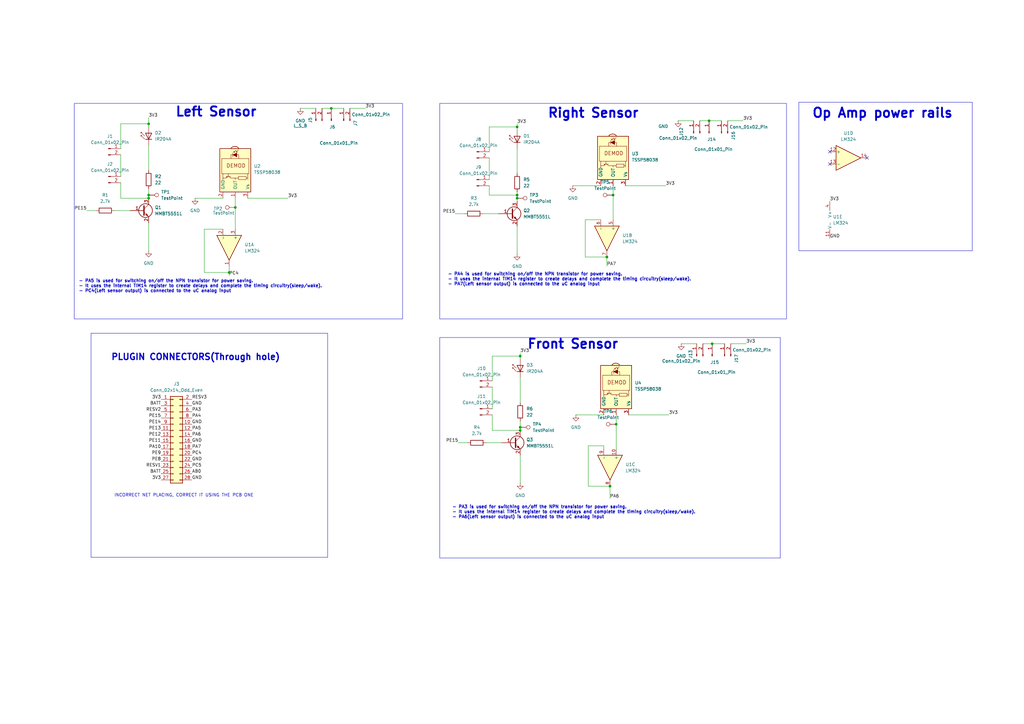
<source format=kicad_sch>
(kicad_sch (version 20231120) (generator "eeschema") (generator_version "8.0")
  (paper "A3")
  (lib_symbols
    (symbol "Amplifier_Operational:LM324" (pin_names (offset 0.127))
      (property "Reference" "U" (at 0 5.08 0))
      (property "Value" "LM324" (at 0 -5.08 0))
      (symbol "LM324_1_1"
        (polyline (pts (xy -5.08 5.08) (xy 5.08 0) (xy -5.08 -5.08) (xy -5.08 5.08)) (stroke (width 0.254)) (fill (type background)))
        (pin output line (at 7.62 0 180) (length 2.54) (name "~") (number "1"))
        (pin input line (at -7.62 -2.54 0) (length 2.54) (name "-") (number "2"))
        (pin input line (at -7.62 2.54 0) (length 2.54) (name "+") (number "3"))
      )
      (symbol "LM324_2_1"
        (polyline (pts (xy -5.08 5.08) (xy 5.08 0) (xy -5.08 -5.08) (xy -5.08 5.08)) (stroke (width 0.254)) (fill (type background)))
        (pin input line (at -7.62 2.54 0) (length 2.54) (name "+") (number "5"))
        (pin input line (at -7.62 -2.54 0) (length 2.54) (name "-") (number "6"))
        (pin output line (at 7.62 0 180) (length 2.54) (name "~") (number "7"))
      )
      (symbol "LM324_3_1"
        (polyline (pts (xy -5.08 5.08) (xy 5.08 0) (xy -5.08 -5.08) (xy -5.08 5.08)) (stroke (width 0.254)) (fill (type background)))
        (pin input line (at -7.62 2.54 0) (length 2.54) (name "+") (number "10"))
        (pin output line (at 7.62 0 180) (length 2.54) (name "~") (number "8"))
        (pin input line (at -7.62 -2.54 0) (length 2.54) (name "-") (number "9"))
      )
      (symbol "LM324_4_1"
        (polyline (pts (xy -5.08 5.08) (xy 5.08 0) (xy -5.08 -5.08) (xy -5.08 5.08)) (stroke (width 0.254)) (fill (type background)))
        (pin input line (at -7.62 2.54 0) (length 2.54) (name "+") (number "12"))
        (pin input line (at -7.62 -2.54 0) (length 2.54) (name "-") (number "13"))
        (pin output line (at 7.62 0 180) (length 2.54) (name "~") (number "14"))
      )
      (symbol "LM324_5_1"
        (pin power_in line (at -2.54 -7.62 90) (length 3.81) (name "V-") (number "11"))
        (pin power_in line (at -2.54 7.62 270) (length 3.81) (name "V+") (number "4"))
      )
    )
    (symbol "Connector:Conn_01x01_Pin" (pin_names (offset 1.016) hide)
      (property "Reference" "J" (at 0 2.54 0))
      (property "Value" "Conn_01x01_Pin" (at 0 -2.54 0))
      (symbol "Conn_01x01_Pin_1_1"
        (polyline (pts (xy 1.27 0) (xy 0.8636 0)) (stroke (width 0.1524)))
        (rectangle (start 0.8636 0.127) (end 0 -0.127) (stroke (width 0.1524)) (fill (type outline)))
        (pin passive line (at 5.08 0 180) (length 3.81) (name "Pin_1") (number "1"))
      )
    )
    (symbol "Connector:Conn_01x02_Pin" (pin_names (offset 1.016) hide)
      (property "Reference" "J" (at 0 2.54 0))
      (property "Value" "Conn_01x02_Pin" (at 0 -5.08 0))
      (symbol "Conn_01x02_Pin_1_1"
        (polyline (pts (xy 1.27 -2.54) (xy 0.8636 -2.54)) (stroke (width 0.1524)))
        (polyline (pts (xy 1.27 0) (xy 0.8636 0)) (stroke (width 0.1524)))
        (rectangle (start 0.8636 -2.413) (end 0 -2.667) (stroke (width 0.1524)) (fill (type outline)))
        (rectangle (start 0.8636 0.127) (end 0 -0.127) (stroke (width 0.1524)) (fill (type outline)))
        (pin passive line (at 5.08 0 180) (length 3.81) (name "Pin_1") (number "1"))
        (pin passive line (at 5.08 -2.54 180) (length 3.81) (name "Pin_2") (number "2"))
      )
    )
    (symbol "Connector:TestPoint" (pin_numbers hide) (pin_names (offset 0.762) hide)
      (property "Reference" "TP" (at 0 6.858 0))
      (property "Value" "TestPoint" (at 0 5.08 0))
      (symbol "TestPoint_0_1"
        (circle (center 0 3.302) (radius 0.762))
      )
      (symbol "TestPoint_1_1"
        (pin passive line (at 0 0 90) (length 2.54) (name "1") (number "1"))
      )
    )
    (symbol "Connector_Generic:Conn_02x14_Odd_Even" (pin_names (offset 1.016) hide)
      (property "Reference" "J" (at 1.27 17.78 0))
      (property "Value" "Conn_02x14_Odd_Even" (at 1.27 -20.32 0))
      (symbol "Conn_02x14_Odd_Even_1_1"
        (rectangle (start -1.27 -17.653) (end 0 -17.907) (stroke (width 0.1524)))
        (rectangle (start -1.27 -15.113) (end 0 -15.367) (stroke (width 0.1524)))
        (rectangle (start -1.27 -12.573) (end 0 -12.827) (stroke (width 0.1524)))
        (rectangle (start -1.27 -10.033) (end 0 -10.287) (stroke (width 0.1524)))
        (rectangle (start -1.27 -7.493) (end 0 -7.747) (stroke (width 0.1524)))
        (rectangle (start -1.27 -4.953) (end 0 -5.207) (stroke (width 0.1524)))
        (rectangle (start -1.27 -2.413) (end 0 -2.667) (stroke (width 0.1524)))
        (rectangle (start -1.27 0.127) (end 0 -0.127) (stroke (width 0.1524)))
        (rectangle (start -1.27 2.667) (end 0 2.413) (stroke (width 0.1524)))
        (rectangle (start -1.27 5.207) (end 0 4.953) (stroke (width 0.1524)))
        (rectangle (start -1.27 7.747) (end 0 7.493) (stroke (width 0.1524)))
        (rectangle (start -1.27 10.287) (end 0 10.033) (stroke (width 0.1524)))
        (rectangle (start -1.27 12.827) (end 0 12.573) (stroke (width 0.1524)))
        (rectangle (start -1.27 15.367) (end 0 15.113) (stroke (width 0.1524)))
        (rectangle (start -1.27 16.51) (end 3.81 -19.05) (stroke (width 0.254)) (fill (type background)))
        (rectangle (start 3.81 -17.653) (end 2.54 -17.907) (stroke (width 0.1524)))
        (rectangle (start 3.81 -15.113) (end 2.54 -15.367) (stroke (width 0.1524)))
        (rectangle (start 3.81 -12.573) (end 2.54 -12.827) (stroke (width 0.1524)))
        (rectangle (start 3.81 -10.033) (end 2.54 -10.287) (stroke (width 0.1524)))
        (rectangle (start 3.81 -7.493) (end 2.54 -7.747) (stroke (width 0.1524)))
        (rectangle (start 3.81 -4.953) (end 2.54 -5.207) (stroke (width 0.1524)))
        (rectangle (start 3.81 -2.413) (end 2.54 -2.667) (stroke (width 0.1524)))
        (rectangle (start 3.81 0.127) (end 2.54 -0.127) (stroke (width 0.1524)))
        (rectangle (start 3.81 2.667) (end 2.54 2.413) (stroke (width 0.1524)))
        (rectangle (start 3.81 5.207) (end 2.54 4.953) (stroke (width 0.1524)))
        (rectangle (start 3.81 7.747) (end 2.54 7.493) (stroke (width 0.1524)))
        (rectangle (start 3.81 10.287) (end 2.54 10.033) (stroke (width 0.1524)))
        (rectangle (start 3.81 12.827) (end 2.54 12.573) (stroke (width 0.1524)))
        (rectangle (start 3.81 15.367) (end 2.54 15.113) (stroke (width 0.1524)))
        (pin passive line (at -5.08 15.24 0) (length 3.81) (name "Pin_1") (number "1"))
        (pin passive line (at 7.62 5.08 180) (length 3.81) (name "Pin_10") (number "10"))
        (pin passive line (at -5.08 2.54 0) (length 3.81) (name "Pin_11") (number "11"))
        (pin passive line (at 7.62 2.54 180) (length 3.81) (name "Pin_12") (number "12"))
        (pin passive line (at -5.08 0 0) (length 3.81) (name "Pin_13") (number "13"))
        (pin passive line (at 7.62 0 180) (length 3.81) (name "Pin_14") (number "14"))
        (pin passive line (at -5.08 -2.54 0) (length 3.81) (name "Pin_15") (number "15"))
        (pin passive line (at 7.62 -2.54 180) (length 3.81) (name "Pin_16") (number "16"))
        (pin passive line (at -5.08 -5.08 0) (length 3.81) (name "Pin_17") (number "17"))
        (pin passive line (at 7.62 -5.08 180) (length 3.81) (name "Pin_18") (number "18"))
        (pin passive line (at -5.08 -7.62 0) (length 3.81) (name "Pin_19") (number "19"))
        (pin passive line (at 7.62 15.24 180) (length 3.81) (name "Pin_2") (number "2"))
        (pin passive line (at 7.62 -7.62 180) (length 3.81) (name "Pin_20") (number "20"))
        (pin passive line (at -5.08 -10.16 0) (length 3.81) (name "Pin_21") (number "21"))
        (pin passive line (at 7.62 -10.16 180) (length 3.81) (name "Pin_22") (number "22"))
        (pin passive line (at -5.08 -12.7 0) (length 3.81) (name "Pin_23") (number "23"))
        (pin passive line (at 7.62 -12.7 180) (length 3.81) (name "Pin_24") (number "24"))
        (pin passive line (at -5.08 -15.24 0) (length 3.81) (name "Pin_25") (number "25"))
        (pin passive line (at 7.62 -15.24 180) (length 3.81) (name "Pin_26") (number "26"))
        (pin passive line (at -5.08 -17.78 0) (length 3.81) (name "Pin_27") (number "27"))
        (pin passive line (at 7.62 -17.78 180) (length 3.81) (name "Pin_28") (number "28"))
        (pin passive line (at -5.08 12.7 0) (length 3.81) (name "Pin_3") (number "3"))
        (pin passive line (at 7.62 12.7 180) (length 3.81) (name "Pin_4") (number "4"))
        (pin passive line (at -5.08 10.16 0) (length 3.81) (name "Pin_5") (number "5"))
        (pin passive line (at 7.62 10.16 180) (length 3.81) (name "Pin_6") (number "6"))
        (pin passive line (at -5.08 7.62 0) (length 3.81) (name "Pin_7") (number "7"))
        (pin passive line (at 7.62 7.62 180) (length 3.81) (name "Pin_8") (number "8"))
        (pin passive line (at -5.08 5.08 0) (length 3.81) (name "Pin_9") (number "9"))
      )
    )
    (symbol "Device:R" (pin_numbers hide) (pin_names (offset 0))
      (property "Reference" "R" (at 2.032 0 90))
      (property "Value" "R" (at 0 0 90))
      (symbol "R_0_1"
        (rectangle (start -1.016 -2.54) (end 1.016 2.54) (stroke (width 0.254)))
      )
      (symbol "R_1_1"
        (pin passive line (at 0 3.81 270) (length 1.27) (name "~") (number "1"))
        (pin passive line (at 0 -3.81 90) (length 1.27) (name "~") (number "2"))
      )
    )
    (symbol "LED:IR204A" (pin_numbers hide) (pin_names (offset 1.016) hide)
      (property "Reference" "D" (at 0.508 1.778 0))
      (property "Value" "IR204A" (at -1.016 -2.794 0))
      (symbol "IR204A_0_1"
        (polyline (pts (xy -2.54 1.27) (xy -2.54 -1.27)) (stroke (width 0.254)))
        (polyline (pts (xy 0 0) (xy -2.54 0)))
        (polyline (pts (xy 0.381 3.175) (xy -0.127 3.175)))
        (polyline (pts (xy -1.143 1.651) (xy 0.381 3.175) (xy 0.381 2.667)))
        (polyline (pts (xy 0 1.27) (xy -2.54 0) (xy 0 -1.27) (xy 0 1.27)) (stroke (width 0.254)))
        (polyline (pts (xy -2.413 1.651) (xy -0.889 3.175) (xy -0.889 2.667) (xy -0.889 3.175) (xy -1.397 3.175)))
      )
      (symbol "IR204A_1_1"
        (pin passive line (at -5.08 0 0) (length 2.54) (name "K") (number "1"))
        (pin passive line (at 2.54 0 180) (length 2.54) (name "A") (number "2"))
      )
    )
    (symbol "Sensor_Proximity:TSSP58038" (pin_names (offset 1.016))
      (property "Reference" "U" (at -10.16 7.62 0))
      (property "Value" "TSSP58038" (at -10.16 -7.62 0))
      (symbol "TSSP58038_0_0"
        (arc (start -10.287 1.397) (mid -11.0899 -0.1852) (end -10.287 -1.778) (stroke (width 0.254)) (fill (type background)))
        (polyline (pts (xy 1.905 -5.08) (xy 0.127 -5.08)))
        (polyline (pts (xy 1.905 5.08) (xy 0.127 5.08)))
        (text "DEMOD" (at -3.175 0.254 900) (effects (font (size 1.524 1.524))))
      )
      (symbol "TSSP58038_0_1"
        (rectangle (start -6.096 5.588) (end 0.127 -5.588))
        (polyline (pts (xy -8.763 0.381) (xy -9.652 1.27)))
        (polyline (pts (xy -8.763 0.381) (xy -9.271 0.381)))
        (polyline (pts (xy -8.763 0.381) (xy -8.763 0.889)))
        (polyline (pts (xy -8.636 -0.635) (xy -9.525 0.254)))
        (polyline (pts (xy -8.636 -0.635) (xy -9.144 -0.635)))
        (polyline (pts (xy -8.636 -0.635) (xy -8.636 -0.127)))
        (polyline (pts (xy -8.382 -1.016) (xy -6.731 -1.016)))
        (polyline (pts (xy 1.27 -2.921) (xy 0.127 -2.921)))
        (polyline (pts (xy 1.27 -1.905) (xy 1.27 -3.81)))
        (polyline (pts (xy 1.397 -3.556) (xy 1.524 -3.556)))
        (polyline (pts (xy 1.651 -3.556) (xy 1.524 -3.556)))
        (polyline (pts (xy 1.651 -3.556) (xy 1.651 -3.302)))
        (polyline (pts (xy 1.905 0) (xy 1.905 1.27)))
        (polyline (pts (xy 1.905 4.445) (xy 1.905 5.08) (xy 2.54 5.08)))
        (polyline (pts (xy -8.382 0.635) (xy -6.731 0.635) (xy -7.62 -1.016) (xy -8.382 0.635)) (fill (type outline)))
        (polyline (pts (xy -6.096 1.397) (xy -7.62 1.397) (xy -7.62 -1.778) (xy -6.096 -1.778)))
        (polyline (pts (xy 1.27 -3.175) (xy 1.905 -3.81) (xy 1.905 -5.08) (xy 2.54 -5.08)))
        (polyline (pts (xy 1.27 -2.54) (xy 1.905 -1.905) (xy 1.905 0) (xy 2.54 0)))
        (rectangle (start 2.54 1.27) (end 1.27 4.445))
        (rectangle (start 7.62 6.35) (end -10.16 -6.35) (stroke (width 0.254)) (fill (type background)))
      )
      (symbol "TSSP58038_1_1"
        (pin output line (at 10.16 0 180) (length 2.54) (name "OUT") (number "1"))
        (pin power_in line (at 10.16 -5.08 180) (length 2.54) (name "GND") (number "2"))
        (pin power_in line (at 10.16 5.08 180) (length 2.54) (name "Vs") (number "3"))
      )
    )
    (symbol "Transistor_BJT:MMBT5551L" (pin_names (offset 0) hide)
      (property "Reference" "Q" (at 5.08 1.905 0))
      (property "Value" "MMBT5551L" (at 5.08 0 0))
      (symbol "MMBT5551L_0_1"
        (polyline (pts (xy 0.635 0.635) (xy 2.54 2.54)))
        (polyline (pts (xy 0.635 -0.635) (xy 2.54 -2.54) (xy 2.54 -2.54)))
        (polyline (pts (xy 0.635 1.905) (xy 0.635 -1.905) (xy 0.635 -1.905)) (stroke (width 0.508)))
        (polyline (pts (xy 1.27 -1.778) (xy 1.778 -1.27) (xy 2.286 -2.286) (xy 1.27 -1.778) (xy 1.27 -1.778)) (fill (type outline)))
        (circle (center 1.27 0) (radius 2.8194) (stroke (width 0.254)))
      )
      (symbol "MMBT5551L_1_1"
        (pin input line (at -5.08 0 0) (length 5.715) (name "B") (number "1"))
        (pin passive line (at 2.54 -5.08 90) (length 2.54) (name "E") (number "2"))
        (pin passive line (at 2.54 5.08 270) (length 2.54) (name "C") (number "3"))
      )
    )
    (symbol "power:GND" (power) (pin_numbers hide) (pin_names (offset 0) hide)
      (property "Value" "GND" (at 0 -3.81 0))
      (symbol "GND_0_1"
        (polyline (pts (xy 0 0) (xy 0 -1.27) (xy 1.27 -1.27) (xy 0 -2.54) (xy -1.27 -1.27) (xy 0 -1.27)))
      )
      (symbol "GND_1_1"
        (pin power_in line (at 0 0 270) (length 0) (name "~") (number "1"))
      )
    )
  )
  (junction (at 250.19 199.39))
  (junction (at 252.73 173.99))
  (junction (at 290.83 49.53))
  (junction (at 212.09 81.28))
  (junction (at 96.52 85.09))
  (junction (at 213.36 175.26))
  (junction (at 248.92 105.41))
  (junction (at 60.96 81.28))
  (junction (at 292.1 140.97))
  (junction (at 135.89 44.45))
  (junction (at 213.36 146.05))
  (junction (at 212.09 52.07))
  (junction (at 93.98 111.76))
  (junction (at 213.36 176.53))
  (junction (at 251.46 80.01))
  (junction (at 60.96 50.8))
  (junction (at 60.96 80.01))
  (junction (at 212.09 80.01))
  (no_connect (at 340.36 62.23))
  (no_connect (at 355.6 64.77))
  (no_connect (at 340.36 67.31))
  (wire (pts (xy 199.39 181.61) (xy 205.74 181.61)))
  (wire (pts (xy 60.96 77.47) (xy 60.96 80.01)))
  (wire (pts (xy 60.96 91.44) (xy 60.96 102.87)))
  (wire (pts (xy 201.93 146.05) (xy 213.36 146.05)))
  (wire (pts (xy 256.54 76.2) (xy 273.05 76.2)))
  (wire (pts (xy 250.19 199.39) (xy 250.19 204.47)))
  (wire (pts (xy 212.09 78.74) (xy 212.09 80.01)))
  (wire (pts (xy 93.98 111.76) (xy 93.98 113.03)))
  (wire (pts (xy 257.81 170.18) (xy 274.32 170.18)))
  (wire (pts (xy 49.53 63.5) (xy 49.53 72.39)))
  (wire (pts (xy 298.45 49.53) (xy 304.8 49.53)))
  (wire (pts (xy 60.96 48.26) (xy 60.96 50.8)))
  (wire (pts (xy 299.72 140.97) (xy 306.07 140.97)))
  (wire (pts (xy 198.12 87.63) (xy 204.47 87.63)))
  (wire (pts (xy 200.66 64.77) (xy 200.66 73.66)))
  (wire (pts (xy 212.09 81.28) (xy 212.09 82.55)))
  (wire (pts (xy 200.66 76.2) (xy 200.66 80.01)))
  (wire (pts (xy 212.09 50.8) (xy 212.09 52.07)))
  (wire (pts (xy 212.09 60.96) (xy 212.09 71.12)))
  (wire (pts (xy 252.73 170.18) (xy 252.73 173.99)))
  (wire (pts (xy 60.96 80.01) (xy 60.96 81.28)))
  (wire (pts (xy 201.93 170.18) (xy 201.93 176.53)))
  (wire (pts (xy 135.89 44.45) (xy 140.97 44.45)))
  (wire (pts (xy 49.53 74.93) (xy 49.53 81.28)))
  (wire (pts (xy 213.36 146.05) (xy 213.36 147.32)))
  (wire (pts (xy 213.36 175.26) (xy 213.36 176.53)))
  (wire (pts (xy 46.99 86.36) (xy 53.34 86.36)))
  (wire (pts (xy 200.66 52.07) (xy 212.09 52.07)))
  (wire (pts (xy 240.03 90.17) (xy 240.03 105.41)))
  (wire (pts (xy 49.53 50.8) (xy 49.53 60.96)))
  (wire (pts (xy 247.65 184.15) (xy 247.65 182.88)))
  (wire (pts (xy 60.96 50.8) (xy 60.96 52.07)))
  (wire (pts (xy 35.56 86.36) (xy 39.37 86.36)))
  (wire (pts (xy 213.36 172.72) (xy 213.36 175.26)))
  (wire (pts (xy 241.3 199.39) (xy 250.19 199.39)))
  (wire (pts (xy 234.95 76.2) (xy 246.38 76.2)))
  (wire (pts (xy 246.38 90.17) (xy 240.03 90.17)))
  (wire (pts (xy 123.19 44.45) (xy 129.54 44.45)))
  (wire (pts (xy 96.52 85.09) (xy 96.52 93.98)))
  (wire (pts (xy 278.13 49.53) (xy 284.48 49.53)))
  (wire (pts (xy 96.52 81.28) (xy 96.52 85.09)))
  (wire (pts (xy 83.82 111.76) (xy 93.98 111.76)))
  (wire (pts (xy 251.46 80.01) (xy 251.46 90.17)))
  (wire (pts (xy 213.36 144.78) (xy 213.36 146.05)))
  (wire (pts (xy 251.46 76.2) (xy 251.46 80.01)))
  (wire (pts (xy 143.51 44.45) (xy 149.86 44.45)))
  (wire (pts (xy 287.02 49.53) (xy 290.83 49.53)))
  (wire (pts (xy 240.03 105.41) (xy 248.92 105.41)))
  (wire (pts (xy 187.96 181.61) (xy 191.77 181.61)))
  (wire (pts (xy 201.93 176.53) (xy 213.36 176.53)))
  (wire (pts (xy 241.3 182.88) (xy 241.3 199.39)))
  (wire (pts (xy 213.36 154.94) (xy 213.36 165.1)))
  (wire (pts (xy 186.69 87.63) (xy 190.5 87.63)))
  (wire (pts (xy 101.6 81.28) (xy 118.11 81.28)))
  (wire (pts (xy 292.1 140.97) (xy 297.18 140.97)))
  (wire (pts (xy 247.65 182.88) (xy 241.3 182.88)))
  (wire (pts (xy 132.08 44.45) (xy 135.89 44.45)))
  (wire (pts (xy 93.98 109.22) (xy 93.98 111.76)))
  (wire (pts (xy 212.09 52.07) (xy 212.09 53.34)))
  (wire (pts (xy 200.66 80.01) (xy 212.09 80.01)))
  (wire (pts (xy 49.53 81.28) (xy 60.96 81.28)))
  (wire (pts (xy 288.29 140.97) (xy 292.1 140.97)))
  (wire (pts (xy 201.93 158.75) (xy 201.93 167.64)))
  (wire (pts (xy 200.66 52.07) (xy 200.66 62.23)))
  (wire (pts (xy 212.09 92.71) (xy 212.09 104.14)))
  (wire (pts (xy 236.22 170.18) (xy 247.65 170.18)))
  (wire (pts (xy 248.92 105.41) (xy 248.92 109.22)))
  (wire (pts (xy 212.09 80.01) (xy 212.09 81.28)))
  (wire (pts (xy 290.83 49.53) (xy 295.91 49.53)))
  (wire (pts (xy 279.4 140.97) (xy 285.75 140.97)))
  (wire (pts (xy 201.93 146.05) (xy 201.93 156.21)))
  (wire (pts (xy 49.53 50.8) (xy 60.96 50.8)))
  (wire (pts (xy 80.01 81.28) (xy 91.44 81.28)))
  (wire (pts (xy 213.36 186.69) (xy 213.36 198.12)))
  (wire (pts (xy 91.44 93.98) (xy 83.82 93.98)))
  (wire (pts (xy 60.96 59.69) (xy 60.96 69.85)))
  (wire (pts (xy 252.73 173.99) (xy 252.73 184.15)))
  (wire (pts (xy 83.82 93.98) (xy 83.82 111.76)))
  (rectangle (start 37.338 136.652) (end 134.366 228.6))
  (rectangle (start 327.66 41.91) (end 398.78 102.87))
  (rectangle (start 30.48 42.418) (end 165.1 130.81))
  (rectangle (start 180.34 42.418) (end 322.58 130.81))
  (rectangle (start 180.34 138.43) (end 320.04 228.854))
  (text "- PA5 is used for switching on/off the NPN transistor for power saving.\n- It uses the internal TIM14 register to create delays and complete the timing circuitry(sleep/wake).\n- PC4(Left sensor output) is connected to the uC analog input" (at 32.258 117.348 0) (effects (font (size 1.27 1.27) (bold yes)) (justify left)))
  (text "- PA4 is used for switching on/off the NPN transistor for power saving.\n- It uses the internal TIM14 register to create delays and complete the timing circuitry(sleep/wake).\n- PA7(Left sensor output) is connected to the uC analog input" (at 183.642 114.554 0) (effects (font (size 1.27 1.27) (bold yes)) (justify left)))
  (text "Op Amp power rails" (at 361.95 46.482 0) (effects (font (size 3.81 3.81) (thickness 0.762) (bold yes))))
  (text "- PA3 is used for switching on/off the NPN transistor for power saving.\n- It uses the internal TIM14 register to create delays and complete the timing circuitry(sleep/wake).\n- PA6(Left sensor output) is connected to the uC analog input" (at 185.42 210.058 0) (effects (font (size 1.27 1.27) (bold yes)) (justify left)))
  (text "Left Sensor" (at 88.646 45.974 0) (effects (font (size 3.81 3.81) (thickness 0.762) (bold yes))))
  (text "PLUGIN CONNECTORS(Through hole)" (at 80.264 146.558 0) (effects (font (size 2.54 2.54) (bold yes))))
  (text "Front Sensor" (at 234.95 141.224 0) (effects (font (size 3.81 3.81) (thickness 0.762) (bold yes))))
  (text "INCORRECT NET PLACING, CORRECT IT USING THE PCB ONE\n" (at 75.438 203.2 0) (effects (font (size 1.27 1.27))))
  (text "Right Sensor" (at 243.332 46.482 0) (effects (font (size 3.81 3.81) (thickness 0.762) (bold yes))))
  (label "PE9" (at 66.04 186.69 180))
  (label "3V3" (at 118.11 81.28 0))
  (label "PC4" (at 78.74 186.69 0))
  (label "3V3" (at 66.04 196.85 180))
  (label "PE13" (at 66.04 176.53 180))
  (label "PE14" (at 66.04 173.99 180))
  (label "3V3" (at 306.07 140.97 0))
  (label "GND" (at 78.74 181.61 0))
  (label "GND" (at 78.74 166.37 0))
  (label "3V3" (at 149.86 44.45 0))
  (label "PA3" (at 78.74 168.91 0))
  (label "PC5" (at 78.74 191.77 0))
  (label "BATT" (at 66.04 194.31 180))
  (label "3V3" (at 304.8 49.53 0))
  (label "PA4" (at 78.74 171.45 0))
  (label "PA7" (at 248.92 109.22 0))
  (label "PA7" (at 78.74 184.15 0))
  (label "PE12" (at 66.04 179.07 180))
  (label "PE15" (at 35.56 86.36 180))
  (label "PE15" (at 187.96 181.61 180))
  (label "PA6" (at 250.19 204.47 0))
  (label "3V3" (at 213.36 144.78 0))
  (label "RESV2" (at 66.04 168.91 180))
  (label "3V3" (at 66.04 163.83 180))
  (label "PE8" (at 66.04 189.23 180))
  (label "PE11" (at 66.04 181.61 180))
  (label "3V3" (at 273.05 76.2 0))
  (label "GND" (at 78.74 196.85 0))
  (label "BATT" (at 66.04 166.37 180))
  (label "RESV1" (at 66.04 191.77 180))
  (label "GND" (at 78.74 189.23 0))
  (label "GND" (at 78.74 173.99 0))
  (label "RESV3" (at 78.74 163.83 0))
  (label "3V3" (at 340.36 82.55 0))
  (label "3V3" (at 274.32 170.18 0))
  (label "AB0" (at 78.74 194.31 0))
  (label "3V3" (at 212.09 50.8 0))
  (label "3V3" (at 60.96 48.26 0))
  (label "PE15" (at 66.04 171.45 180))
  (label "PE15" (at 186.69 87.63 180))
  (label "PA6" (at 78.74 179.07 0))
  (label "PC4" (at 93.98 113.03 0))
  (label "PA10" (at 66.04 184.15 180))
  (label "GND" (at 340.36 97.79 0))
  (label "PA5" (at 78.74 176.53 0))
  (symbol (lib_id "power:GND") (at 213.36 198.12 0) (unit 1)
    (property "Reference" "#PWR05" (effects (hide yes)))
    (property "Value" "GND" (at 213.36 203.2 0))
    (property "Description" "Power symbol creates a global label with name \"GND\" , ground" (effects (hide yes)))
  )
  (symbol (lib_id "Connector:Conn_01x01_Pin") (at 292.1 146.05 90) (unit 1)
    (property "Reference" "J15" (at 291.338 148.59 90) (effects (justify right)))
    (property "Value" "Conn_01x01_Pin" (at 286.004 152.654 90) (effects (justify right)))
    (property "Footprint" "Connector_PinHeader_2.54mm:PinHeader_1x01_P2.54mm_Vertical" (effects (hide yes)))
    (property "Description" "Generic connector, single row, 01x01, script generated" (effects (hide yes)))
  )
  (symbol (lib_id "Device:R") (at 212.09 74.93 180) (unit 1)
    (property "Reference" "R5" (at 214.63 73.6599 0) (effects (justify right)))
    (property "Value" "22" (at 214.63 76.1999 0) (effects (justify right)))
    (property "Footprint" "Resistor_SMD:R_0805_2012Metric" (effects (hide yes)))
    (property "Description" "Resistor" (effects (hide yes)))
  )
  (symbol (lib_id "power:GND") (at 60.96 102.87 0) (unit 1)
    (property "Reference" "#PWR01" (effects (hide yes)))
    (property "Value" "GND" (at 60.96 107.95 0))
    (property "Description" "Power symbol creates a global label with name \"GND\" , ground" (effects (hide yes)))
  )
  (symbol (lib_id "Connector:Conn_01x02_Pin") (at 196.85 167.64 0) (unit 1)
    (property "Reference" "J11" (at 197.485 162.56 0))
    (property "Value" "Conn_01x02_Pin" (at 197.485 165.1 0))
    (property "Footprint" "Connector_PinHeader_2.54mm:PinHeader_1x02_P2.54mm_Vertical" (effects (hide yes)))
    (property "Description" "Generic connector, single row, 01x02, script generated" (effects (hide yes)))
  )
  (symbol (lib_id "Connector:Conn_01x02_Pin") (at 195.58 73.66 0) (unit 1)
    (property "Reference" "J9" (at 196.215 68.58 0))
    (property "Value" "Conn_01x02_Pin" (at 196.215 71.12 0))
    (property "Footprint" "Connector_PinHeader_2.54mm:PinHeader_1x02_P2.54mm_Vertical" (effects (hide yes)))
    (property "Description" "Generic connector, single row, 01x02, script generated" (effects (hide yes)))
  )
  (symbol (lib_id "Sensor_Proximity:TSSP58038") (at 96.52 71.12 270) (unit 1)
    (property "Reference" "U2" (at 104.14 68.1149 90) (effects (justify left)))
    (property "Value" "TSSP58038" (at 104.14 70.6549 90) (effects (justify left)))
    (property "Footprint" "OptoDevice:Vishay_MINICAST-3Pin" (effects (hide yes)))
    (property "Datasheet" "http://www.vishay.com/docs/82476/tssp58p38.pdf" (effects (hide yes)))
    (property "Description" "IR Detector for Mid Range Proximity Sensor" (effects (hide yes)))
  )
  (symbol (lib_id "Connector:Conn_01x02_Pin") (at 284.48 54.61 90) (unit 1)
    (property "Reference" "J12" (at 279.4 53.975 0))
    (property "Value" "Conn_01x02_Pin" (at 278.13 56.642 90))
    (property "Footprint" "Connector_PinHeader_2.54mm:PinHeader_1x02_P2.54mm_Vertical" (effects (hide yes)))
    (property "Description" "Generic connector, single row, 01x02, script generated" (effects (hide yes)))
  )
  (symbol (lib_id "Connector:TestPoint") (at 251.46 80.01 90) (unit 1)
    (property "Reference" "TP5" (at 248.158 74.6931 90))
    (property "Value" "TestPoint" (at 248.158 77.2331 90))
    (property "Footprint" "TestPoint:TestPoint_Pad_D1.0mm" (effects (hide yes)))
    (property "Description" "test point" (effects (hide yes)))
  )
  (symbol (lib_id "Connector:TestPoint") (at 96.52 85.09 90) (unit 1)
    (property "Reference" "TP2" (at 89.408 85.598 90))
    (property "Value" "TestPoint" (at 91.694 87.376 90))
    (property "Footprint" "TestPoint:TestPoint_Pad_D1.0mm" (effects (hide yes)))
    (property "Description" "test point" (effects (hide yes)))
  )
  (symbol (lib_id "Amplifier_Operational:LM324") (at 342.9 90.17 0) (unit 5)
    (property "Reference" "U1" (at 341.63 88.8999 0) (effects (justify left)))
    (property "Value" "LM324" (at 341.63 91.4399 0) (effects (justify left)))
    (property "Footprint" "Package_SO:SOIC-14_3.9x8.7mm_P1.27mm" (effects (hide yes)))
    (property "Datasheet" "http://www.ti.com/lit/ds/symlink/lm2902-n.pdf" (effects (hide yes)))
    (property "Description" "Low-Power, Quad-Operational Amplifiers, DIP-14/SOIC-14/SSOP-14" (effects (hide yes)))
  )
  (symbol (lib_id "Connector:Conn_01x02_Pin") (at 140.97 49.53 90) (unit 1)
    (property "Reference" "J7" (at 145.796 50.546 0))
    (property "Value" "Conn_01x02_Pin" (at 152.146 46.99 90))
    (property "Footprint" "Connector_PinHeader_2.54mm:PinHeader_1x02_P2.54mm_Vertical" (effects (hide yes)))
    (property "Description" "Generic connector, single row, 01x02, script generated" (effects (hide yes)))
  )
  (symbol (lib_id "Transistor_BJT:MMBT5551L") (at 210.82 181.61 0) (unit 1)
    (property "Reference" "Q3" (at 215.9 180.3399 0) (effects (justify left)))
    (property "Value" "MMBT5551L" (at 215.9 182.8799 0) (effects (justify left)))
    (property "Footprint" "Package_TO_SOT_SMD:SOT-23" (effects (hide yes)))
    (property "Datasheet" "www.onsemi.com/pub/Collateral/MMBT5550LT1-D.PDF" (effects (hide yes)))
    (property "Description" "0.6A Ic, 160V Vce, NPN Transistor, SOT-23" (effects (hide yes)))
  )
  (symbol (lib_id "Connector:Conn_01x01_Pin") (at 290.83 54.61 90) (unit 1)
    (property "Reference" "J14" (at 290.068 57.15 90) (effects (justify right)))
    (property "Value" "Conn_01x01_Pin" (at 284.734 61.214 90) (effects (justify right)))
    (property "Footprint" "Connector_PinHeader_2.54mm:PinHeader_1x01_P2.54mm_Vertical" (effects (hide yes)))
    (property "Description" "Generic connector, single row, 01x01, script generated" (effects (hide yes)))
  )
  (symbol (lib_id "Device:R") (at 60.96 73.66 180) (unit 1)
    (property "Reference" "R2" (at 63.5 72.3899 0) (effects (justify right)))
    (property "Value" "22" (at 63.5 74.9299 0) (effects (justify right)))
    (property "Footprint" "Resistor_SMD:R_0805_2012Metric" (effects (hide yes)))
    (property "Description" "Resistor" (effects (hide yes)))
  )
  (symbol (lib_id "Connector:Conn_01x02_Pin") (at 196.85 156.21 0) (unit 1)
    (property "Reference" "J10" (at 197.485 151.13 0))
    (property "Value" "Conn_01x02_Pin" (at 197.485 153.67 0))
    (property "Footprint" "Connector_PinHeader_2.54mm:PinHeader_1x02_P2.54mm_Vertical" (effects (hide yes)))
    (property "Description" "Generic connector, single row, 01x02, script generated" (effects (hide yes)))
  )
  (symbol (lib_id "Connector_Generic:Conn_02x14_Odd_Even") (at 71.12 179.07 0) (unit 1)
    (property "Reference" "J3" (at 72.39 157.48 0))
    (property "Value" "Conn_02x14_Odd_Even" (at 72.39 160.02 0))
    (property "Footprint" "Connector_PinHeader_2.54mm:PinHeader_2x14_P2.54mm_Vertical" (effects (hide yes)))
    (property "Description" "Generic connector, double row, 02x14, odd/even pin numbering scheme (row 1 odd numbers, row 2 even numbers), script generated (kicad-library-utils/schlib/autogen/connector/)" (effects (hide yes)))
  )
  (symbol (lib_id "Transistor_BJT:MMBT5551L") (at 58.42 86.36 0) (unit 1)
    (property "Reference" "Q1" (at 63.5 85.0899 0) (effects (justify left)))
    (property "Value" "MMBT5551L" (at 63.5 87.6299 0) (effects (justify left)))
    (property "Footprint" "Package_TO_SOT_SMD:SOT-23" (effects (hide yes)))
    (property "Datasheet" "www.onsemi.com/pub/Collateral/MMBT5550LT1-D.PDF" (effects (hide yes)))
    (property "Description" "0.6A Ic, 160V Vce, NPN Transistor, SOT-23" (effects (hide yes)))
  )
  (symbol (lib_id "power:GND") (at 123.19 44.45 0) (unit 1)
    (property "Reference" "#PWR03" (effects (hide yes)))
    (property "Value" "GND" (at 123.19 49.53 0))
    (property "Description" "Power symbol creates a global label with name \"GND\" , ground" (effects (hide yes)))
  )
  (symbol (lib_id "Connector:Conn_01x02_Pin") (at 129.54 49.53 90) (unit 1)
    (property "Reference" "J5" (at 127.254 49.276 0))
    (property "Value" "L_S_B" (at 123.19 51.562 90))
    (property "Footprint" "Connector_PinHeader_2.54mm:PinHeader_1x02_P2.54mm_Vertical" (effects (hide yes)))
    (property "Description" "Generic connector, single row, 01x02, script generated" (effects (hide yes)))
  )
  (symbol (lib_id "Connector:Conn_01x02_Pin") (at 295.91 54.61 90) (unit 1)
    (property "Reference" "J16" (at 300.736 55.626 0))
    (property "Value" "Conn_01x02_Pin" (at 307.086 52.07 90))
    (property "Footprint" "Connector_PinHeader_2.54mm:PinHeader_1x02_P2.54mm_Vertical" (effects (hide yes)))
    (property "Description" "Generic connector, single row, 01x02, script generated" (effects (hide yes)))
  )
  (symbol (lib_id "Device:R") (at 43.18 86.36 270) (unit 1)
    (property "Reference" "R1" (at 43.18 80.01 90))
    (property "Value" "2.7k" (at 43.18 82.55 90))
    (property "Footprint" "Resistor_SMD:R_0805_2012Metric" (effects (hide yes)))
    (property "Description" "Resistor" (effects (hide yes)))
  )
  (symbol (lib_id "Sensor_Proximity:TSSP58038") (at 251.46 66.04 270) (unit 1)
    (property "Reference" "U3" (at 259.08 63.0349 90) (effects (justify left)))
    (property "Value" "TSSP58038" (at 259.08 65.5749 90) (effects (justify left)))
    (property "Footprint" "OptoDevice:Vishay_MINICAST-3Pin" (effects (hide yes)))
    (property "Datasheet" "http://www.vishay.com/docs/82476/tssp58p38.pdf" (effects (hide yes)))
    (property "Description" "IR Detector for Mid Range Proximity Sensor" (effects (hide yes)))
  )
  (symbol (lib_id "Connector:TestPoint") (at 213.36 175.26 270) (unit 1)
    (property "Reference" "TP4" (at 218.44 173.9899 90) (effects (justify left)))
    (property "Value" "TestPoint" (at 218.44 176.5299 90) (effects (justify left)))
    (property "Footprint" "TestPoint:TestPoint_Pad_D1.0mm" (effects (hide yes)))
    (property "Description" "test point" (effects (hide yes)))
  )
  (symbol (lib_id "power:GND") (at 278.13 49.53 0) (unit 1)
    (property "Reference" "#PWR08" (effects (hide yes)))
    (property "Value" "GND" (at 272.034 51.816 0))
    (property "Description" "Power symbol creates a global label with name \"GND\" , ground" (effects (hide yes)))
  )
  (symbol (lib_id "power:GND") (at 234.95 76.2 0) (unit 1)
    (property "Reference" "#PWR06" (effects (hide yes)))
    (property "Value" "GND" (at 234.95 81.28 0))
    (property "Description" "Power symbol creates a global label with name \"GND\" , ground" (effects (hide yes)))
  )
  (symbol (lib_id "Connector:Conn_01x02_Pin") (at 195.58 62.23 0) (unit 1)
    (property "Reference" "J8" (at 196.215 57.15 0))
    (property "Value" "Conn_01x02_Pin" (at 196.215 59.69 0))
    (property "Footprint" "Connector_PinHeader_2.54mm:PinHeader_1x02_P2.54mm_Vertical" (effects (hide yes)))
    (property "Description" "Generic connector, single row, 01x02, script generated" (effects (hide yes)))
  )
  (symbol (lib_id "LED:IR204A") (at 60.96 54.61 90) (unit 1)
    (property "Reference" "D2" (at 63.5 54.4829 90) (effects (justify right)))
    (property "Value" "IR204A" (at 63.5 57.0229 90) (effects (justify right)))
    (property "Footprint" "LED_THT:LED_D3.0mm_Horizontal_O1.27mm_Z2.0mm_IRBlack" (effects (hide yes)))
    (property "Datasheet" "http://www.everlight.com/file/ProductFile/IR204-A.pdf" (effects (hide yes)))
    (property "Description" "Infrared LED , 3mm LED package" (effects (hide yes)))
  )
  (symbol (lib_id "power:GND") (at 236.22 170.18 0) (unit 1)
    (property "Reference" "#PWR07" (effects (hide yes)))
    (property "Value" "GND" (at 236.22 175.26 0))
    (property "Description" "Power symbol creates a global label with name \"GND\" , ground" (effects (hide yes)))
  )
  (symbol (lib_id "Device:R") (at 194.31 87.63 270) (unit 1)
    (property "Reference" "R3" (at 194.31 81.28 90))
    (property "Value" "2.7k" (at 194.31 83.82 90))
    (property "Footprint" "Resistor_SMD:R_0805_2012Metric" (effects (hide yes)))
    (property "Description" "Resistor" (effects (hide yes)))
  )
  (symbol (lib_id "Sensor_Proximity:TSSP58038") (at 252.73 160.02 270) (unit 1)
    (property "Reference" "U4" (at 260.35 157.0149 90) (effects (justify left)))
    (property "Value" "TSSP58038" (at 260.35 159.5549 90) (effects (justify left)))
    (property "Footprint" "OptoDevice:Vishay_MINICAST-3Pin" (effects (hide yes)))
    (property "Datasheet" "http://www.vishay.com/docs/82476/tssp58p38.pdf" (effects (hide yes)))
    (property "Description" "IR Detector for Mid Range Proximity Sensor" (effects (hide yes)))
  )
  (symbol (lib_id "LED:IR204A") (at 212.09 55.88 90) (unit 1)
    (property "Reference" "D1" (at 214.63 55.7529 90) (effects (justify right)))
    (property "Value" "IR204A" (at 214.63 58.2929 90) (effects (justify right)))
    (property "Footprint" "LED_THT:LED_D3.0mm_Horizontal_O1.27mm_Z2.0mm_IRBlack" (effects (hide yes)))
    (property "Datasheet" "http://www.everlight.com/file/ProductFile/IR204-A.pdf" (effects (hide yes)))
    (property "Description" "Infrared LED , 3mm LED package" (effects (hide yes)))
  )
  (symbol (lib_id "Device:R") (at 213.36 168.91 180) (unit 1)
    (property "Reference" "R6" (at 215.9 167.6399 0) (effects (justify right)))
    (property "Value" "22" (at 215.9 170.1799 0) (effects (justify right)))
    (property "Footprint" "Resistor_SMD:R_0805_2012Metric" (effects (hide yes)))
    (property "Description" "Resistor" (effects (hide yes)))
  )
  (symbol (lib_id "Amplifier_Operational:LM324") (at 347.98 64.77 0) (unit 4)
    (property "Reference" "U1" (at 347.98 54.61 0))
    (property "Value" "LM324" (at 347.98 57.15 0))
    (property "Footprint" "Package_SO:SOIC-14_3.9x8.7mm_P1.27mm" (effects (hide yes)))
    (property "Datasheet" "http://www.ti.com/lit/ds/symlink/lm2902-n.pdf" (effects (hide yes)))
    (property "Description" "Low-Power, Quad-Operational Amplifiers, DIP-14/SOIC-14/SSOP-14" (effects (hide yes)))
  )
  (symbol (lib_id "Device:R") (at 195.58 181.61 270) (unit 1)
    (property "Reference" "R4" (at 195.58 175.26 90))
    (property "Value" "2.7k" (at 195.58 177.8 90))
    (property "Footprint" "Resistor_SMD:R_0805_2012Metric" (effects (hide yes)))
    (property "Description" "Resistor" (effects (hide yes)))
  )
  (symbol (lib_id "Connector:TestPoint") (at 212.09 81.28 270) (unit 1)
    (property "Reference" "TP3" (at 217.17 80.0099 90) (effects (justify left)))
    (property "Value" "TestPoint" (at 217.17 82.5499 90) (effects (justify left)))
    (property "Footprint" "TestPoint:TestPoint_Pad_D1.0mm" (effects (hide yes)))
    (property "Description" "test point" (effects (hide yes)))
  )
  (symbol (lib_id "Connector:Conn_01x02_Pin") (at 44.45 60.96 0) (unit 1)
    (property "Reference" "J1" (at 45.085 55.88 0))
    (property "Value" "Conn_01x02_Pin" (at 45.085 58.42 0))
    (property "Footprint" "Connector_PinHeader_2.54mm:PinHeader_1x02_P2.54mm_Vertical" (effects (hide yes)))
    (property "Description" "Generic connector, single row, 01x02, script generated" (effects (hide yes)))
  )
  (symbol (lib_id "Amplifier_Operational:LM324") (at 93.98 101.6 270) (unit 1)
    (property "Reference" "U1" (at 100.33 100.3299 90) (effects (justify left)))
    (property "Value" "LM324" (at 100.33 102.8699 90) (effects (justify left)))
    (property "Footprint" "Package_SO:SOIC-14_3.9x8.7mm_P1.27mm" (effects (hide yes)))
    (property "Datasheet" "http://www.ti.com/lit/ds/symlink/lm2902-n.pdf" (effects (hide yes)))
    (property "Description" "Low-Power, Quad-Operational Amplifiers, DIP-14/SOIC-14/SSOP-14" (effects (hide yes)))
  )
  (symbol (lib_id "Connector:Conn_01x01_Pin") (at 135.89 49.53 90) (unit 1)
    (property "Reference" "J6" (at 135.128 52.07 90) (effects (justify right)))
    (property "Value" "Conn_01x01_Pin" (at 131.064 58.674 90) (effects (justify right)))
    (property "Footprint" "Connector_PinHeader_2.54mm:PinHeader_1x01_P2.54mm_Vertical" (effects (hide yes)))
    (property "Description" "Generic connector, single row, 01x01, script generated" (effects (hide yes)))
  )
  (symbol (lib_id "power:GND") (at 279.4 140.97 0) (unit 1)
    (property "Reference" "#PWR09" (effects (hide yes)))
    (property "Value" "GND" (at 279.4 146.05 0))
    (property "Description" "Power symbol creates a global label with name \"GND\" , ground" (effects (hide yes)))
  )
  (symbol (lib_id "Transistor_BJT:MMBT5551L") (at 209.55 87.63 0) (unit 1)
    (property "Reference" "Q2" (at 214.63 86.3599 0) (effects (justify left)))
    (property "Value" "MMBT5551L" (at 214.63 88.8999 0) (effects (justify left)))
    (property "Footprint" "Package_TO_SOT_SMD:SOT-23" (effects (hide yes)))
    (property "Datasheet" "www.onsemi.com/pub/Collateral/MMBT5550LT1-D.PDF" (effects (hide yes)))
    (property "Description" "0.6A Ic, 160V Vce, NPN Transistor, SOT-23" (effects (hide yes)))
  )
  (symbol (lib_id "Connector:Conn_01x02_Pin") (at 297.18 146.05 90) (unit 1)
    (property "Reference" "J17" (at 302.006 147.066 0))
    (property "Value" "Conn_01x02_Pin" (at 308.356 143.51 90))
    (property "Footprint" "Connector_PinHeader_2.54mm:PinHeader_1x02_P2.54mm_Vertical" (effects (hide yes)))
    (property "Description" "Generic connector, single row, 01x02, script generated" (effects (hide yes)))
  )
  (symbol (lib_id "LED:IR204A") (at 213.36 149.86 90) (unit 1)
    (property "Reference" "D3" (at 215.9 149.7329 90) (effects (justify right)))
    (property "Value" "IR204A" (at 215.9 152.2729 90) (effects (justify right)))
    (property "Footprint" "LED_THT:LED_D3.0mm_Horizontal_O1.27mm_Z2.0mm_IRBlack" (effects (hide yes)))
    (property "Datasheet" "http://www.everlight.com/file/ProductFile/IR204-A.pdf" (effects (hide yes)))
    (property "Description" "Infrared LED , 3mm LED package" (effects (hide yes)))
  )
  (symbol (lib_id "Amplifier_Operational:LM324") (at 250.19 191.77 270) (unit 3)
    (property "Reference" "U1" (at 256.54 190.4999 90) (effects (justify left)))
    (property "Value" "LM324" (at 256.54 193.0399 90) (effects (justify left)))
    (property "Footprint" "Package_SO:SOIC-14_3.9x8.7mm_P1.27mm" (effects (hide yes)))
    (property "Datasheet" "http://www.ti.com/lit/ds/symlink/lm2902-n.pdf" (effects (hide yes)))
    (property "Description" "Low-Power, Quad-Operational Amplifiers, DIP-14/SOIC-14/SSOP-14" (effects (hide yes)))
  )
  (symbol (lib_id "Connector:TestPoint") (at 60.96 80.01 270) (unit 1)
    (property "Reference" "TP1" (at 66.04 78.7399 90) (effects (justify left)))
    (property "Value" "TestPoint" (at 66.04 81.2799 90) (effects (justify left)))
    (property "Footprint" "TestPoint:TestPoint_Pad_D1.0mm" (effects (hide yes)))
    (property "Description" "test point" (effects (hide yes)))
  )
  (symbol (lib_id "Connector:Conn_01x02_Pin") (at 44.45 72.39 0) (unit 1)
    (property "Reference" "J2" (at 45.085 67.31 0))
    (property "Value" "Conn_01x02_Pin" (at 45.085 69.85 0))
    (property "Footprint" "Connector_PinHeader_2.54mm:PinHeader_1x02_P2.54mm_Vertical" (effects (hide yes)))
    (property "Description" "Generic connector, single row, 01x02, script generated" (effects (hide yes)))
  )
  (symbol (lib_id "power:GND") (at 212.09 104.14 0) (unit 1)
    (property "Reference" "#PWR04" (effects (hide yes)))
    (property "Value" "GND" (at 212.09 109.22 0))
    (property "Description" "Power symbol creates a global label with name \"GND\" , ground" (effects (hide yes)))
  )
  (symbol (lib_id "Connector:TestPoint") (at 252.73 173.99 90) (unit 1)
    (property "Reference" "TP6" (at 249.428 168.6731 90))
    (property "Value" "TestPoint" (at 249.428 171.2131 90))
    (property "Footprint" "TestPoint:TestPoint_Pad_D1.0mm" (effects (hide yes)))
    (property "Description" "test point" (effects (hide yes)))
  )
  (symbol (lib_id "Connector:Conn_01x02_Pin") (at 285.75 146.05 90) (unit 1)
    (property "Reference" "J13" (at 283.21 145.288 0))
    (property "Value" "Conn_01x02_Pin" (at 279.4 148.082 90))
    (property "Footprint" "Connector_PinHeader_2.54mm:PinHeader_1x02_P2.54mm_Vertical" (effects (hide yes)))
    (property "Description" "Generic connector, single row, 01x02, script generated" (effects (hide yes)))
  )
  (symbol (lib_id "Amplifier_Operational:LM324") (at 248.92 97.79 270) (unit 2)
    (property "Reference" "U1" (at 255.27 96.5199 90) (effects (justify left)))
    (property "Value" "LM324" (at 255.27 99.0599 90) (effects (justify left)))
    (property "Footprint" "Package_SO:SOIC-14_3.9x8.7mm_P1.27mm" (effects (hide yes)))
    (property "Datasheet" "http://www.ti.com/lit/ds/symlink/lm2902-n.pdf" (effects (hide yes)))
    (property "Description" "Low-Power, Quad-Operational Amplifiers, DIP-14/SOIC-14/SSOP-14" (effects (hide yes)))
  )
  (symbol (lib_id "power:GND") (at 80.01 81.28 0) (unit 1)
    (property "Reference" "#PWR02" (effects (hide yes)))
    (property "Value" "GND" (at 80.01 86.36 0))
    (property "Description" "Power symbol creates a global label with name \"GND\" , ground" (effects (hide yes)))
  )
)
</source>
